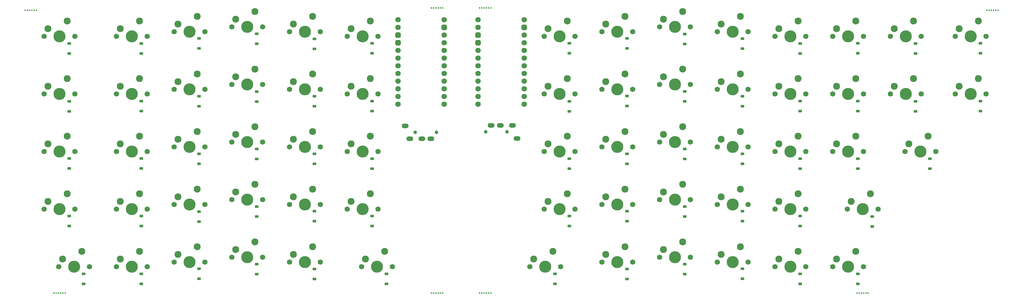
<source format=gbs>
G04 #@! TF.GenerationSoftware,KiCad,Pcbnew,8.0.2*
G04 #@! TF.CreationDate,2024-05-24T11:31:22+03:00*
G04 #@! TF.ProjectId,ratless65,7261746c-6573-4733-9635-2e6b69636164,rev?*
G04 #@! TF.SameCoordinates,Original*
G04 #@! TF.FileFunction,Soldermask,Bot*
G04 #@! TF.FilePolarity,Negative*
%FSLAX46Y46*%
G04 Gerber Fmt 4.6, Leading zero omitted, Abs format (unit mm)*
G04 Created by KiCad (PCBNEW 8.0.2) date 2024-05-24 11:31:22*
%MOMM*%
%LPD*%
G01*
G04 APERTURE LIST*
G04 Aperture macros list*
%AMRoundRect*
0 Rectangle with rounded corners*
0 $1 Rounding radius*
0 $2 $3 $4 $5 $6 $7 $8 $9 X,Y pos of 4 corners*
0 Add a 4 corners polygon primitive as box body*
4,1,4,$2,$3,$4,$5,$6,$7,$8,$9,$2,$3,0*
0 Add four circle primitives for the rounded corners*
1,1,$1+$1,$2,$3*
1,1,$1+$1,$4,$5*
1,1,$1+$1,$6,$7*
1,1,$1+$1,$8,$9*
0 Add four rect primitives between the rounded corners*
20,1,$1+$1,$2,$3,$4,$5,0*
20,1,$1+$1,$4,$5,$6,$7,0*
20,1,$1+$1,$6,$7,$8,$9,0*
20,1,$1+$1,$8,$9,$2,$3,0*%
G04 Aperture macros list end*
%ADD10C,1.750000*%
%ADD11C,3.987800*%
%ADD12C,2.300000*%
%ADD13C,1.200000*%
%ADD14O,2.300000X1.500000*%
%ADD15C,1.800000*%
%ADD16RoundRect,0.450000X-0.450000X-0.450000X0.450000X-0.450000X0.450000X0.450000X-0.450000X0.450000X0*%
%ADD17C,0.500000*%
%ADD18RoundRect,0.225000X0.375000X-0.225000X0.375000X0.225000X-0.375000X0.225000X-0.375000X-0.225000X0*%
G04 APERTURE END LIST*
D10*
X236220000Y-95250000D03*
D11*
X241300000Y-95250000D03*
D10*
X246380000Y-95250000D03*
D12*
X237490000Y-92710000D03*
X243840000Y-90170000D03*
D10*
X293370000Y-41275000D03*
D11*
X298450000Y-41275000D03*
D10*
X303530000Y-41275000D03*
D12*
X294640000Y-38735000D03*
X300990000Y-36195000D03*
D10*
X113982500Y-39687500D03*
D11*
X119062500Y-39687500D03*
D10*
X124142500Y-39687500D03*
D12*
X115252500Y-37147500D03*
X121602500Y-34607500D03*
D10*
X133032500Y-41275000D03*
D11*
X138112500Y-41275000D03*
D10*
X143192500Y-41275000D03*
D12*
X134302500Y-38735000D03*
X140652500Y-36195000D03*
D13*
X178806250Y-72850000D03*
X185806250Y-72850000D03*
D14*
X189106250Y-75000000D03*
X180606250Y-70700000D03*
X183606250Y-70700000D03*
X187606250Y-70700000D03*
D10*
X255270000Y-58737500D03*
D11*
X260350000Y-58737500D03*
D10*
X265430000Y-58737500D03*
D12*
X256540000Y-56197500D03*
X262890000Y-53657500D03*
D10*
X236220000Y-76200000D03*
D11*
X241300000Y-76200000D03*
D10*
X246380000Y-76200000D03*
D12*
X237490000Y-73660000D03*
X243840000Y-71120000D03*
D10*
X236220000Y-57150000D03*
D11*
X241300000Y-57150000D03*
D10*
X246380000Y-57150000D03*
D12*
X237490000Y-54610000D03*
X243840000Y-52070000D03*
D10*
X217170000Y-77787500D03*
D11*
X222250000Y-77787500D03*
D10*
X227330000Y-77787500D03*
D12*
X218440000Y-75247500D03*
X224790000Y-72707500D03*
D10*
X56832500Y-60325000D03*
D11*
X61912500Y-60325000D03*
D10*
X66992500Y-60325000D03*
D12*
X58102500Y-57785000D03*
X64452500Y-55245000D03*
D15*
X176212500Y-35718750D03*
X176212500Y-38258750D03*
D16*
X176212500Y-40798750D03*
X176212500Y-43338750D03*
D15*
X176212500Y-45878750D03*
X176212500Y-48418750D03*
X176212500Y-50958750D03*
X176212500Y-53498750D03*
X176212500Y-56038750D03*
X176212500Y-58578750D03*
X176212500Y-61118750D03*
X176212500Y-63658750D03*
X191452500Y-35718750D03*
D16*
X191452500Y-38258750D03*
D15*
X191452500Y-40798750D03*
X191452500Y-43338750D03*
X191452500Y-45878750D03*
X191452500Y-48418750D03*
X191452500Y-50958750D03*
X191452500Y-53498750D03*
X191452500Y-56038750D03*
X191452500Y-58578750D03*
X191452500Y-61118750D03*
X191452500Y-63658750D03*
D10*
X133032500Y-98425000D03*
D11*
X138112500Y-98425000D03*
D10*
X143192500Y-98425000D03*
D12*
X134302500Y-95885000D03*
X140652500Y-93345000D03*
D10*
X94932500Y-76200000D03*
D11*
X100012500Y-76200000D03*
D10*
X105092500Y-76200000D03*
D12*
X96202500Y-73660000D03*
X102552500Y-71120000D03*
D10*
X94932500Y-95250000D03*
D11*
X100012500Y-95250000D03*
D10*
X105092500Y-95250000D03*
D12*
X96202500Y-92710000D03*
X102552500Y-90170000D03*
D10*
X56832500Y-41275000D03*
D11*
X61912500Y-41275000D03*
D10*
X66992500Y-41275000D03*
D12*
X58102500Y-38735000D03*
X64452500Y-36195000D03*
D10*
X56832500Y-98425000D03*
D11*
X61912500Y-98425000D03*
D10*
X66992500Y-98425000D03*
D12*
X58102500Y-95885000D03*
X64452500Y-93345000D03*
D10*
X33020000Y-60325000D03*
D11*
X38100000Y-60325000D03*
D10*
X43180000Y-60325000D03*
D12*
X34290000Y-57785000D03*
X40640000Y-55245000D03*
D17*
X180443750Y-31800000D03*
X179703750Y-31800000D03*
X178963750Y-31800000D03*
X178223750Y-31800000D03*
X177483750Y-31800000D03*
X176743750Y-31800000D03*
D10*
X33020000Y-98425000D03*
D11*
X38100000Y-98425000D03*
D10*
X43180000Y-98425000D03*
D12*
X34290000Y-95885000D03*
X40640000Y-93345000D03*
D10*
X113982500Y-96837500D03*
D11*
X119062500Y-96837500D03*
D10*
X124142500Y-96837500D03*
D12*
X115252500Y-94297500D03*
X121602500Y-91757500D03*
D10*
X133032500Y-79375000D03*
D11*
X138112500Y-79375000D03*
D10*
X143192500Y-79375000D03*
D12*
X134302500Y-76835000D03*
X140652500Y-74295000D03*
D10*
X333851250Y-60325000D03*
D11*
X338931250Y-60325000D03*
D10*
X344011250Y-60325000D03*
D12*
X335121250Y-57785000D03*
X341471250Y-55245000D03*
D17*
X164568750Y-31800000D03*
X163828750Y-31800000D03*
X163088750Y-31800000D03*
X162348750Y-31800000D03*
X161608750Y-31800000D03*
X160868750Y-31800000D03*
D10*
X56832500Y-117475000D03*
D11*
X61912500Y-117475000D03*
D10*
X66992500Y-117475000D03*
D12*
X58102500Y-114935000D03*
X64452500Y-112395000D03*
D10*
X317182500Y-79375000D03*
D11*
X322262500Y-79375000D03*
D10*
X327342500Y-79375000D03*
D12*
X318452500Y-76835000D03*
X324802500Y-74295000D03*
D10*
X75882500Y-77787500D03*
D11*
X80962500Y-77787500D03*
D10*
X86042500Y-77787500D03*
D12*
X77152500Y-75247500D03*
X83502500Y-72707500D03*
D10*
X33020000Y-79375000D03*
D11*
X38100000Y-79375000D03*
D10*
X43180000Y-79375000D03*
D12*
X34290000Y-76835000D03*
X40640000Y-74295000D03*
D10*
X217170000Y-96837500D03*
D11*
X222250000Y-96837500D03*
D10*
X227330000Y-96837500D03*
D12*
X218440000Y-94297500D03*
X224790000Y-91757500D03*
D10*
X298132500Y-98425000D03*
D11*
X303212500Y-98425000D03*
D10*
X308292500Y-98425000D03*
D12*
X299402500Y-95885000D03*
X305752500Y-93345000D03*
D10*
X255270000Y-96837500D03*
D11*
X260350000Y-96837500D03*
D10*
X265430000Y-96837500D03*
D12*
X256540000Y-94297500D03*
X262890000Y-91757500D03*
D10*
X274320000Y-41275000D03*
D11*
X279400000Y-41275000D03*
D10*
X284480000Y-41275000D03*
D12*
X275590000Y-38735000D03*
X281940000Y-36195000D03*
D17*
X160868750Y-126156250D03*
X161608750Y-126156250D03*
X162348750Y-126156250D03*
X163088750Y-126156250D03*
X163828750Y-126156250D03*
X164568750Y-126156250D03*
D10*
X217170000Y-115887500D03*
D11*
X222250000Y-115887500D03*
D10*
X227330000Y-115887500D03*
D12*
X218440000Y-113347500D03*
X224790000Y-110807500D03*
D17*
X347925000Y-32593750D03*
X347185000Y-32593750D03*
X346445000Y-32593750D03*
X345705000Y-32593750D03*
X344965000Y-32593750D03*
X344225000Y-32593750D03*
D10*
X94932500Y-57150000D03*
D11*
X100012500Y-57150000D03*
D10*
X105092500Y-57150000D03*
D12*
X96202500Y-54610000D03*
X102552500Y-52070000D03*
D10*
X236220000Y-38100000D03*
D11*
X241300000Y-38100000D03*
D10*
X246380000Y-38100000D03*
D12*
X237490000Y-35560000D03*
X243840000Y-33020000D03*
D17*
X30425000Y-32593750D03*
X29685000Y-32593750D03*
X28945000Y-32593750D03*
X28205000Y-32593750D03*
X27465000Y-32593750D03*
X26725000Y-32593750D03*
D10*
X137795000Y-117475000D03*
D11*
X142875000Y-117475000D03*
D10*
X147955000Y-117475000D03*
D12*
X139065000Y-114935000D03*
X145415000Y-112395000D03*
D10*
X198120000Y-98425000D03*
D11*
X203200000Y-98425000D03*
D10*
X208280000Y-98425000D03*
D12*
X199390000Y-95885000D03*
X205740000Y-93345000D03*
D17*
X301362500Y-126156250D03*
X302102500Y-126156250D03*
X302842500Y-126156250D03*
X303582500Y-126156250D03*
X304322500Y-126156250D03*
X305062500Y-126156250D03*
D10*
X312420000Y-41275000D03*
D11*
X317500000Y-41275000D03*
D10*
X322580000Y-41275000D03*
D12*
X313690000Y-38735000D03*
X320040000Y-36195000D03*
D10*
X312420000Y-60325000D03*
D11*
X317500000Y-60325000D03*
D10*
X322580000Y-60325000D03*
D12*
X313690000Y-57785000D03*
X320040000Y-55245000D03*
D10*
X293370000Y-60325000D03*
D11*
X298450000Y-60325000D03*
D10*
X303530000Y-60325000D03*
D12*
X294640000Y-57785000D03*
X300990000Y-55245000D03*
D10*
X217170000Y-58737500D03*
D11*
X222250000Y-58737500D03*
D10*
X227330000Y-58737500D03*
D12*
X218440000Y-56197500D03*
X224790000Y-53657500D03*
D10*
X236220000Y-114300000D03*
D11*
X241300000Y-114300000D03*
D10*
X246380000Y-114300000D03*
D12*
X237490000Y-111760000D03*
X243840000Y-109220000D03*
D10*
X255270000Y-39687500D03*
D11*
X260350000Y-39687500D03*
D10*
X265430000Y-39687500D03*
D12*
X256540000Y-37147500D03*
X262890000Y-34607500D03*
D10*
X113982500Y-115887500D03*
D11*
X119062500Y-115887500D03*
D10*
X124142500Y-115887500D03*
D12*
X115252500Y-113347500D03*
X121602500Y-110807500D03*
D13*
X162506250Y-72975000D03*
X155506250Y-72975000D03*
D14*
X152206250Y-70825000D03*
X160706250Y-75125000D03*
X157706250Y-75125000D03*
X153706250Y-75125000D03*
D10*
X94932500Y-114300000D03*
D11*
X100012500Y-114300000D03*
D10*
X105092500Y-114300000D03*
D12*
X96202500Y-111760000D03*
X102552500Y-109220000D03*
D10*
X274320000Y-79375000D03*
D11*
X279400000Y-79375000D03*
D10*
X284480000Y-79375000D03*
D12*
X275590000Y-76835000D03*
X281940000Y-74295000D03*
D10*
X217170000Y-39687500D03*
D11*
X222250000Y-39687500D03*
D10*
X227330000Y-39687500D03*
D12*
X218440000Y-37147500D03*
X224790000Y-34607500D03*
D10*
X75882500Y-58737500D03*
D11*
X80962500Y-58737500D03*
D10*
X86042500Y-58737500D03*
D12*
X77152500Y-56197500D03*
X83502500Y-53657500D03*
D17*
X176743750Y-126156250D03*
X177483750Y-126156250D03*
X178223750Y-126156250D03*
X178963750Y-126156250D03*
X179703750Y-126156250D03*
X180443750Y-126156250D03*
D10*
X113982500Y-77787500D03*
D11*
X119062500Y-77787500D03*
D10*
X124142500Y-77787500D03*
D12*
X115252500Y-75247500D03*
X121602500Y-72707500D03*
D10*
X193357500Y-117475000D03*
D11*
X198437500Y-117475000D03*
D10*
X203517500Y-117475000D03*
D12*
X194627500Y-114935000D03*
X200977500Y-112395000D03*
D10*
X293370000Y-117475000D03*
D11*
X298450000Y-117475000D03*
D10*
X303530000Y-117475000D03*
D12*
X294640000Y-114935000D03*
X300990000Y-112395000D03*
D10*
X255270000Y-77787500D03*
D11*
X260350000Y-77787500D03*
D10*
X265430000Y-77787500D03*
D12*
X256540000Y-75247500D03*
X262890000Y-72707500D03*
D10*
X255270000Y-115887500D03*
D11*
X260350000Y-115887500D03*
D10*
X265430000Y-115887500D03*
D12*
X256540000Y-113347500D03*
X262890000Y-110807500D03*
D10*
X113982500Y-58737500D03*
D11*
X119062500Y-58737500D03*
D10*
X124142500Y-58737500D03*
D12*
X115252500Y-56197500D03*
X121602500Y-53657500D03*
D10*
X94932500Y-38100000D03*
D11*
X100012500Y-38100000D03*
D10*
X105092500Y-38100000D03*
D12*
X96202500Y-35560000D03*
X102552500Y-33020000D03*
D10*
X198120000Y-60325000D03*
D11*
X203200000Y-60325000D03*
D10*
X208280000Y-60325000D03*
D12*
X199390000Y-57785000D03*
X205740000Y-55245000D03*
D10*
X56832500Y-79375000D03*
D11*
X61912500Y-79375000D03*
D10*
X66992500Y-79375000D03*
D12*
X58102500Y-76835000D03*
X64452500Y-74295000D03*
D10*
X75882500Y-39687500D03*
D11*
X80962500Y-39687500D03*
D10*
X86042500Y-39687500D03*
D12*
X77152500Y-37147500D03*
X83502500Y-34607500D03*
D10*
X33020000Y-41275000D03*
D11*
X38100000Y-41275000D03*
D10*
X43180000Y-41275000D03*
D12*
X34290000Y-38735000D03*
X40640000Y-36195000D03*
D15*
X149860000Y-35718750D03*
X149860000Y-38258750D03*
D16*
X149860000Y-40798750D03*
X149860000Y-43338750D03*
D15*
X149860000Y-45878750D03*
X149860000Y-48418750D03*
X149860000Y-50958750D03*
X149860000Y-53498750D03*
X149860000Y-56038750D03*
X149860000Y-58578750D03*
X149860000Y-61118750D03*
X149860000Y-63658750D03*
X165100000Y-35718750D03*
D16*
X165100000Y-38258750D03*
D15*
X165100000Y-40798750D03*
X165100000Y-43338750D03*
X165100000Y-45878750D03*
X165100000Y-48418750D03*
X165100000Y-50958750D03*
X165100000Y-53498750D03*
X165100000Y-56038750D03*
X165100000Y-58578750D03*
X165100000Y-61118750D03*
X165100000Y-63658750D03*
D10*
X198120000Y-41275000D03*
D11*
X203200000Y-41275000D03*
D10*
X208280000Y-41275000D03*
D12*
X199390000Y-38735000D03*
X205740000Y-36195000D03*
D10*
X133032500Y-60325000D03*
D11*
X138112500Y-60325000D03*
D10*
X143192500Y-60325000D03*
D12*
X134302500Y-57785000D03*
X140652500Y-55245000D03*
D10*
X75882500Y-96837500D03*
D11*
X80962500Y-96837500D03*
D10*
X86042500Y-96837500D03*
D12*
X77152500Y-94297500D03*
X83502500Y-91757500D03*
D17*
X36250000Y-126156250D03*
X36990000Y-126156250D03*
X37730000Y-126156250D03*
X38470000Y-126156250D03*
X39210000Y-126156250D03*
X39950000Y-126156250D03*
D10*
X293370000Y-79375000D03*
D11*
X298450000Y-79375000D03*
D10*
X303530000Y-79375000D03*
D12*
X294640000Y-76835000D03*
X300990000Y-74295000D03*
D10*
X274320000Y-117475000D03*
D11*
X279400000Y-117475000D03*
D10*
X284480000Y-117475000D03*
D12*
X275590000Y-114935000D03*
X281940000Y-112395000D03*
D10*
X274320000Y-98425000D03*
D11*
X279400000Y-98425000D03*
D10*
X284480000Y-98425000D03*
D12*
X275590000Y-95885000D03*
X281940000Y-93345000D03*
D10*
X37782500Y-117475000D03*
D11*
X42862500Y-117475000D03*
D10*
X47942500Y-117475000D03*
D12*
X39052500Y-114935000D03*
X45402500Y-112395000D03*
D10*
X75882500Y-115887500D03*
D11*
X80962500Y-115887500D03*
D10*
X86042500Y-115887500D03*
D12*
X77152500Y-113347500D03*
X83502500Y-110807500D03*
D10*
X274320000Y-60325000D03*
D11*
X279400000Y-60325000D03*
D10*
X284480000Y-60325000D03*
D12*
X275590000Y-57785000D03*
X281940000Y-55245000D03*
D10*
X198120000Y-79375000D03*
D11*
X203200000Y-79375000D03*
D10*
X208280000Y-79375000D03*
D12*
X199390000Y-76835000D03*
X205740000Y-74295000D03*
D10*
X333851250Y-41275000D03*
D11*
X338931250Y-41275000D03*
D10*
X344011250Y-41275000D03*
D12*
X335121250Y-38735000D03*
X341471250Y-36195000D03*
D18*
X320675000Y-66006250D03*
X320675000Y-62706250D03*
X41275000Y-103981250D03*
X41275000Y-100681250D03*
X306387500Y-104106250D03*
X306387500Y-100806250D03*
X225425000Y-45243750D03*
X225425000Y-41943750D03*
X65087500Y-123093750D03*
X65087500Y-119793750D03*
X84137500Y-45243750D03*
X84137500Y-41943750D03*
X103187500Y-62831250D03*
X103187500Y-59531250D03*
X103187500Y-43656250D03*
X103187500Y-40356250D03*
X84137500Y-121443750D03*
X84137500Y-118143750D03*
X244475000Y-81756250D03*
X244475000Y-78456250D03*
X103187500Y-100806250D03*
X103187500Y-97506250D03*
X263525000Y-83406250D03*
X263525000Y-80106250D03*
X225425000Y-102393750D03*
X225425000Y-99093750D03*
X41275000Y-66006250D03*
X41275000Y-62706250D03*
X206375000Y-103981250D03*
X206375000Y-100681250D03*
X141287500Y-103981250D03*
X141287500Y-100681250D03*
X141287500Y-46831250D03*
X141287500Y-43531250D03*
X84137500Y-102518750D03*
X84137500Y-99218750D03*
X84137500Y-83406250D03*
X84137500Y-80106250D03*
X122237500Y-121506250D03*
X122237500Y-118206250D03*
X41275000Y-46893750D03*
X41275000Y-43593750D03*
X301625000Y-65943750D03*
X301625000Y-62643750D03*
X65087500Y-46893750D03*
X65087500Y-43593750D03*
X206375000Y-66006250D03*
X206375000Y-62706250D03*
X103187500Y-81818750D03*
X103187500Y-78518750D03*
X225425000Y-64293750D03*
X225425000Y-60993750D03*
X103187500Y-119856250D03*
X103187500Y-116556250D03*
X244475000Y-119856250D03*
X244475000Y-116556250D03*
X84137500Y-64356250D03*
X84137500Y-61056250D03*
X263525000Y-64356250D03*
X263525000Y-61056250D03*
X282575000Y-123093750D03*
X282575000Y-119793750D03*
X206375000Y-84993750D03*
X206375000Y-81693750D03*
X263525000Y-121443750D03*
X263525000Y-118143750D03*
X206375000Y-46831250D03*
X206375000Y-43531250D03*
X225425000Y-121506250D03*
X225425000Y-118206250D03*
X201612500Y-123093750D03*
X201612500Y-119793750D03*
X141287500Y-65943750D03*
X141287500Y-62643750D03*
X263525000Y-102393750D03*
X263525000Y-99093750D03*
X65087500Y-103981250D03*
X65087500Y-100681250D03*
X301625000Y-123093750D03*
X301625000Y-119793750D03*
X146050000Y-123093750D03*
X146050000Y-119793750D03*
X263525000Y-45306250D03*
X263525000Y-42006250D03*
X122237500Y-45368750D03*
X122237500Y-42068750D03*
X244475000Y-62768750D03*
X244475000Y-59468750D03*
X282575000Y-65943750D03*
X282575000Y-62643750D03*
X301625000Y-46831250D03*
X301625000Y-43531250D03*
X320675000Y-46893750D03*
X320675000Y-43593750D03*
X65087500Y-65943750D03*
X65087500Y-62643750D03*
X122237500Y-64356250D03*
X122237500Y-61056250D03*
X325437500Y-84993750D03*
X325437500Y-81693750D03*
X141287500Y-84993750D03*
X141287500Y-81693750D03*
X122237500Y-102393750D03*
X122237500Y-99093750D03*
X282575000Y-103981250D03*
X282575000Y-100681250D03*
X225425000Y-83406250D03*
X225425000Y-80106250D03*
X342106250Y-65943750D03*
X342106250Y-62643750D03*
X65087500Y-84931250D03*
X65087500Y-81631250D03*
X244475000Y-43781250D03*
X244475000Y-40481250D03*
X282575000Y-46893750D03*
X282575000Y-43593750D03*
X41275000Y-84931250D03*
X41275000Y-81631250D03*
X122237500Y-83406250D03*
X122237500Y-80106250D03*
X244475000Y-100868750D03*
X244475000Y-97568750D03*
X301625000Y-84993750D03*
X301625000Y-81693750D03*
X46037500Y-123093750D03*
X46037500Y-119793750D03*
X342106250Y-46831250D03*
X342106250Y-43531250D03*
X282575000Y-84993750D03*
X282575000Y-81693750D03*
M02*

</source>
